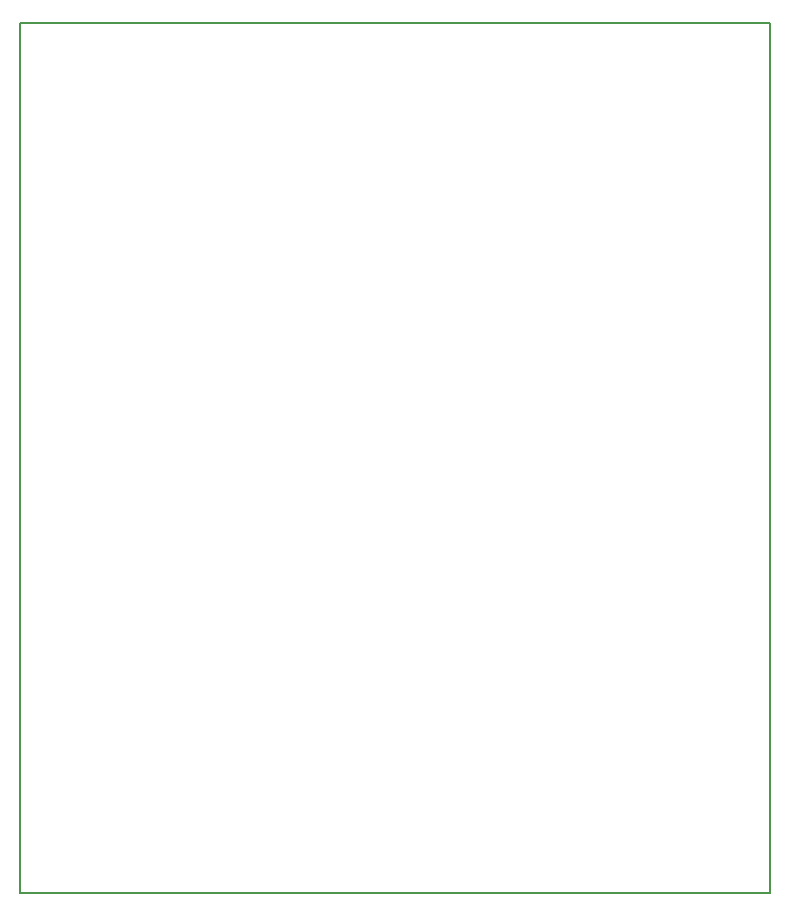
<source format=gbr>
%TF.GenerationSoftware,KiCad,Pcbnew,(6.0.4)*%
%TF.CreationDate,2022-03-26T17:54:34-04:00*%
%TF.ProjectId,Ribbon cable tester,52696262-6f6e-4206-9361-626c65207465,rev?*%
%TF.SameCoordinates,Original*%
%TF.FileFunction,Profile,NP*%
%FSLAX46Y46*%
G04 Gerber Fmt 4.6, Leading zero omitted, Abs format (unit mm)*
G04 Created by KiCad (PCBNEW (6.0.4)) date 2022-03-26 17:54:34*
%MOMM*%
%LPD*%
G01*
G04 APERTURE LIST*
%TA.AperFunction,Profile*%
%ADD10C,0.200000*%
%TD*%
G04 APERTURE END LIST*
D10*
X100330000Y-135890000D02*
X100330000Y-62230000D01*
X163830000Y-135890000D02*
X100330000Y-135890000D01*
X163830000Y-62230000D02*
X163830000Y-135890000D01*
X100330000Y-62230000D02*
X163830000Y-62230000D01*
M02*

</source>
